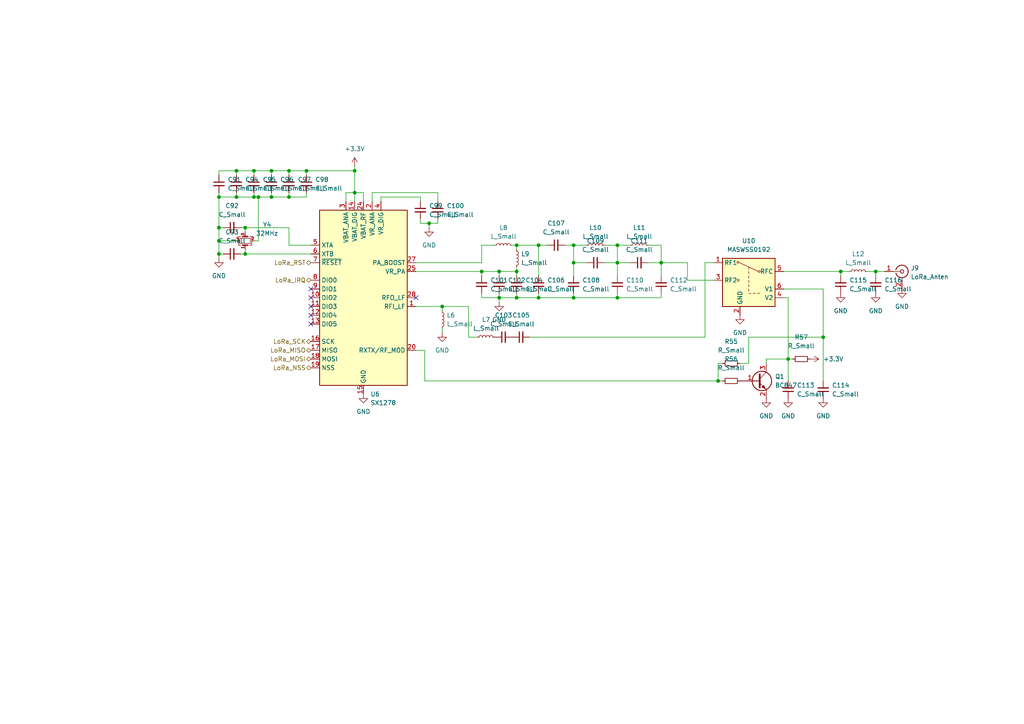
<source format=kicad_sch>
(kicad_sch (version 20230121) (generator eeschema)
  (paper "A4")
  (lib_symbols
    (symbol "Connector:Conn_Coaxial" (pin_names (offset 1.016) hide)
      (property "Reference" "J" (at 0.254 3.048 0))
      (property "Value" "Conn_Coaxial" (at 2.921 0 90))
      (symbol "Conn_Coaxial_0_1"
        (arc (start -1.778 -0.508) (mid 0.2311 -1.8066) (end 1.778 0) (stroke (width 0.254)))
        (polyline (pts (xy -2.54 0) (xy -0.508 0)))
        (polyline (pts (xy 0 -2.54) (xy 0 -1.778)))
        (circle (center 0 0) (radius 0.508) (stroke (width 0.2032)))
        (arc (start 1.778 0) (mid 0.2099 1.8101) (end -1.778 0.508) (stroke (width 0.254)))
      )
      (symbol "Conn_Coaxial_1_1"
        (pin passive line (at -5.08 0 0) (length 2.54) (name "In") (number "1"))
        (pin passive line (at 0 -5.08 90) (length 2.54) (name "Ext") (number "2"))
      )
    )
    (symbol "Device:C_Small" (pin_numbers hide) (pin_names (offset 0.254) hide)
      (property "Reference" "C" (at 0.254 1.778 0))
      (property "Value" "C_Small" (at 0.254 -2.032 0))
      (symbol "C_Small_0_1"
        (polyline (pts (xy -1.524 -0.508) (xy 1.524 -0.508)) (stroke (width 0.3302)))
        (polyline (pts (xy -1.524 0.508) (xy 1.524 0.508)) (stroke (width 0.3048)))
      )
      (symbol "C_Small_1_1"
        (pin passive line (at 0 2.54 270) (length 2.032) (name "~") (number "1"))
        (pin passive line (at 0 -2.54 90) (length 2.032) (name "~") (number "2"))
      )
    )
    (symbol "Device:Crystal_GND24_Small" (pin_names (offset 1.016) hide)
      (property "Reference" "Y" (at 1.27 4.445 0))
      (property "Value" "Crystal_GND24_Small" (at 1.27 2.54 0))
      (symbol "Crystal_GND24_Small_0_1"
        (rectangle (start -0.762 -1.524) (end 0.762 1.524))
        (polyline (pts (xy -1.27 -0.762) (xy -1.27 0.762)) (stroke (width 0.381)))
        (polyline (pts (xy 1.27 -0.762) (xy 1.27 0.762)) (stroke (width 0.381)))
        (polyline (pts (xy -1.27 -1.27) (xy -1.27 -1.905) (xy 1.27 -1.905) (xy 1.27 -1.27)))
        (polyline (pts (xy -1.27 1.27) (xy -1.27 1.905) (xy 1.27 1.905) (xy 1.27 1.27)))
      )
      (symbol "Crystal_GND24_Small_1_1"
        (pin passive line (at -2.54 0 0) (length 1.27) (name "1") (number "1"))
        (pin passive line (at 0 -2.54 90) (length 0.635) (name "2") (number "2"))
        (pin passive line (at 2.54 0 180) (length 1.27) (name "3") (number "3"))
        (pin passive line (at 0 2.54 270) (length 0.635) (name "4") (number "4"))
      )
    )
    (symbol "Device:L_Small" (pin_numbers hide) (pin_names (offset 0.254) hide)
      (property "Reference" "L" (at 0.762 1.016 0))
      (property "Value" "L_Small" (at 0.762 -1.016 0))
      (symbol "L_Small_0_1"
        (arc (start 0 -2.032) (mid 0.5058 -1.524) (end 0 -1.016))
        (arc (start 0 -1.016) (mid 0.5058 -0.508) (end 0 0))
        (arc (start 0 0) (mid 0.5058 0.508) (end 0 1.016))
        (arc (start 0 1.016) (mid 0.5058 1.524) (end 0 2.032))
      )
      (symbol "L_Small_1_1"
        (pin passive line (at 0 2.54 270) (length 0.508) (name "~") (number "1"))
        (pin passive line (at 0 -2.54 90) (length 0.508) (name "~") (number "2"))
      )
    )
    (symbol "Device:R_Small" (pin_numbers hide) (pin_names (offset 0.254) hide)
      (property "Reference" "R" (at 0.762 0.508 0))
      (property "Value" "R_Small" (at 0.762 -1.016 0))
      (symbol "R_Small_0_1"
        (rectangle (start -0.762 1.778) (end 0.762 -1.778) (stroke (width 0.2032)))
      )
      (symbol "R_Small_1_1"
        (pin passive line (at 0 2.54 270) (length 0.762) (name "~") (number "1"))
        (pin passive line (at 0 -2.54 90) (length 0.762) (name "~") (number "2"))
      )
    )
    (symbol "RF:SX1278"
      (property "Reference" "U" (at 13.97 24.13 0))
      (property "Value" "SX1278" (at 13.97 21.59 0))
      (symbol "SX1278_0_1"
        (rectangle (start -12.7 25.4) (end 12.7 -25.4) (stroke (width 0.254)) (fill (type background)))
      )
      (symbol "SX1278_1_1"
        (pin input line (at 15.24 -2.54 180) (length 2.54) (name "RFI_LF") (number "1"))
        (pin bidirectional line (at -15.24 0 0) (length 2.54) (name "DIO2") (number "10"))
        (pin bidirectional line (at -15.24 -2.54 0) (length 2.54) (name "DIO3") (number "11"))
        (pin bidirectional line (at -15.24 -5.08 0) (length 2.54) (name "DIO4") (number "12"))
        (pin bidirectional line (at -15.24 -7.62 0) (length 2.54) (name "DIO5") (number "13"))
        (pin power_in line (at -2.54 27.94 270) (length 2.54) (name "VBAT_DIG") (number "14"))
        (pin power_in line (at 0 -27.94 90) (length 2.54) (name "GND") (number "15"))
        (pin input line (at -15.24 -12.7 0) (length 2.54) (name "SCK") (number "16"))
        (pin output line (at -15.24 -15.24 0) (length 2.54) (name "MISO") (number "17"))
        (pin input line (at -15.24 -17.78 0) (length 2.54) (name "MOSI") (number "18"))
        (pin input line (at -15.24 -20.32 0) (length 2.54) (name "NSS") (number "19"))
        (pin power_in line (at 2.54 27.94 270) (length 2.54) (name "VR_ANA") (number "2"))
        (pin output line (at 15.24 -15.24 180) (length 2.54) (name "RXTX/RF_MOD") (number "20"))
        (pin passive line (at 0 -27.94 90) (length 2.54) hide (name "GND") (number "21"))
        (pin passive line (at 0 -27.94 90) (length 2.54) hide (name "GND") (number "22"))
        (pin passive line (at 0 -27.94 90) (length 2.54) hide (name "GND") (number "23"))
        (pin power_in line (at 0 27.94 270) (length 2.54) (name "VBAT_RF") (number "24"))
        (pin power_out line (at 15.24 7.62 180) (length 2.54) (name "VR_PA") (number "25"))
        (pin passive line (at 0 -27.94 90) (length 2.54) hide (name "GND") (number "26"))
        (pin power_out line (at 15.24 10.16 180) (length 2.54) (name "PA_BOOST") (number "27"))
        (pin output line (at 15.24 0 180) (length 2.54) (name "RFO_LF") (number "28"))
        (pin passive line (at 0 -27.94 90) (length 2.54) hide (name "GND") (number "29"))
        (pin power_in line (at -5.08 27.94 270) (length 2.54) (name "VBAT_ANA") (number "3"))
        (pin power_in line (at 5.08 27.94 270) (length 2.54) (name "VR_DIG") (number "4"))
        (pin bidirectional line (at -15.24 15.24 0) (length 2.54) (name "XTA") (number "5"))
        (pin bidirectional line (at -15.24 12.7 0) (length 2.54) (name "XTB") (number "6"))
        (pin input line (at -15.24 10.16 0) (length 2.54) (name "~{RESET}") (number "7"))
        (pin bidirectional line (at -15.24 5.08 0) (length 2.54) (name "DIO0") (number "8"))
        (pin bidirectional line (at -15.24 2.54 0) (length 2.54) (name "DIO1") (number "9"))
      )
    )
    (symbol "RF_Switch:MASWSS0192"
      (property "Reference" "U" (at -7.62 7.62 0))
      (property "Value" "MASWSS0192" (at 3.81 7.62 0))
      (symbol "MASWSS0192_0_1"
        (circle (center -3.048 2.54) (radius 0.2794))
        (polyline (pts (xy -3.175 -3.81) (xy -2.54 -3.81)))
        (polyline (pts (xy -2.794 2.54) (xy 2.921 5.207)))
        (polyline (pts (xy -1.905 -3.81) (xy -1.27 -3.81)))
        (polyline (pts (xy -0.635 -3.81) (xy 0 -3.81)))
        (polyline (pts (xy 0 -3.175) (xy 0 -2.54)))
        (polyline (pts (xy 0 -1.905) (xy 0 -1.27)))
        (polyline (pts (xy 0 -0.635) (xy 0 0)))
        (polyline (pts (xy 0 0.635) (xy 0 1.27)))
        (polyline (pts (xy 0 1.905) (xy 0 2.54)))
        (polyline (pts (xy 0 3.175) (xy 0 3.81)))
        (circle (center 3.048 0) (radius 0.2794))
        (circle (center 3.175 5.207) (radius 0.2794))
        (rectangle (start 7.62 -7.62) (end -7.62 6.35) (stroke (width 0.254)) (fill (type background)))
      )
      (symbol "MASWSS0192_1_1"
        (pin passive line (at 10.16 5.08 180) (length 2.54) (name "RF1") (number "1"))
        (pin power_in line (at 2.54 -10.16 90) (length 2.54) (name "GND") (number "2"))
        (pin passive line (at 10.16 0 180) (length 2.54) (name "RF2") (number "3"))
        (pin input line (at -10.16 -5.08 0) (length 2.54) (name "V2") (number "4"))
        (pin passive line (at -10.16 2.54 0) (length 2.54) (name "RFC") (number "5"))
        (pin input line (at -10.16 -2.54 0) (length 2.54) (name "V1") (number "6"))
      )
    )
    (symbol "Transistor_BJT:BC847" (pin_names (offset 0) hide)
      (property "Reference" "Q" (at 5.08 1.905 0))
      (property "Value" "BC847" (at 5.08 0 0))
      (symbol "BC847_0_1"
        (polyline (pts (xy 0.635 0.635) (xy 2.54 2.54)))
        (polyline (pts (xy 0.635 -0.635) (xy 2.54 -2.54) (xy 2.54 -2.54)))
        (polyline (pts (xy 0.635 1.905) (xy 0.635 -1.905) (xy 0.635 -1.905)) (stroke (width 0.508)))
        (polyline (pts (xy 1.27 -1.778) (xy 1.778 -1.27) (xy 2.286 -2.286) (xy 1.27 -1.778) (xy 1.27 -1.778)) (fill (type outline)))
        (circle (center 1.27 0) (radius 2.8194) (stroke (width 0.254)))
      )
      (symbol "BC847_1_1"
        (pin input line (at -5.08 0 0) (length 5.715) (name "B") (number "1"))
        (pin passive line (at 2.54 -5.08 90) (length 2.54) (name "E") (number "2"))
        (pin passive line (at 2.54 5.08 270) (length 2.54) (name "C") (number "3"))
      )
    )
    (symbol "power:+3.3V" (power) (pin_names (offset 0))
      (property "Value" "+3.3V" (at 0 3.556 0))
      (symbol "+3.3V_0_1"
        (polyline (pts (xy -0.762 1.27) (xy 0 2.54)))
        (polyline (pts (xy 0 0) (xy 0 2.54)))
        (polyline (pts (xy 0 2.54) (xy 0.762 1.27)))
      )
      (symbol "+3.3V_1_1"
        (pin power_in line (at 0 0 90) (length 0) hide (name "+3.3V") (number "1"))
      )
    )
    (symbol "power:GND" (power) (pin_names (offset 0))
      (property "Value" "GND" (at 0 -3.81 0))
      (symbol "GND_0_1"
        (polyline (pts (xy 0 0) (xy 0 -1.27) (xy 1.27 -1.27) (xy 0 -2.54) (xy -1.27 -1.27) (xy 0 -1.27)))
      )
      (symbol "GND_1_1"
        (pin power_in line (at 0 0 270) (length 0) hide (name "GND") (number "1"))
      )
    )
  )
  (junction (at 149.86 71.12))
  (junction (at 102.87 49.53))
  (junction (at 238.76 97.79))
  (junction (at 156.21 86.36))
  (junction (at 124.46 64.77))
  (junction (at 78.74 49.53))
  (junction (at 68.58 49.53))
  (junction (at 139.7 78.74))
  (junction (at 68.58 57.15))
  (junction (at 144.78 86.36))
  (junction (at 102.87 55.88))
  (junction (at 208.28 110.49))
  (junction (at 166.37 86.36))
  (junction (at 73.66 57.15))
  (junction (at 74.93 57.15))
  (junction (at 149.86 78.74))
  (junction (at 71.12 73.66))
  (junction (at 149.86 86.36))
  (junction (at 179.07 76.2))
  (junction (at 166.37 76.2))
  (junction (at 128.27 88.9))
  (junction (at 228.6 104.14))
  (junction (at 71.12 66.04))
  (junction (at 254 78.74))
  (junction (at 179.07 86.36))
  (junction (at 191.77 76.2))
  (junction (at 166.37 71.12))
  (junction (at 63.5 69.85))
  (junction (at 179.07 71.12))
  (junction (at 144.78 78.74))
  (junction (at 78.74 57.15))
  (junction (at 156.21 71.12))
  (junction (at 63.5 66.04))
  (junction (at 83.82 57.15))
  (junction (at 83.82 49.53))
  (junction (at 88.9 49.53))
  (junction (at 63.5 57.15))
  (junction (at 73.66 49.53))
  (junction (at 63.5 73.66))
  (junction (at 243.84 78.74))
  (no_connect (at 120.65 86.36))
  (no_connect (at 90.17 83.82))
  (no_connect (at 90.17 86.36))
  (no_connect (at 90.17 88.9))
  (no_connect (at 90.17 91.44))
  (no_connect (at 90.17 93.98))
  (wire (pts (xy 63.5 73.66) (xy 63.5 69.85)))
  (wire (pts (xy 199.39 76.2) (xy 191.77 76.2)))
  (wire (pts (xy 254 78.74) (xy 251.46 78.74)))
  (wire (pts (xy 222.25 104.14) (xy 228.6 104.14)))
  (wire (pts (xy 105.41 58.42) (xy 105.41 55.88)))
  (wire (pts (xy 127 64.77) (xy 124.46 64.77)))
  (wire (pts (xy 88.9 49.53) (xy 83.82 49.53)))
  (wire (pts (xy 139.7 78.74) (xy 139.7 80.01)))
  (wire (pts (xy 166.37 71.12) (xy 163.83 71.12)))
  (wire (pts (xy 63.5 66.04) (xy 63.5 57.15)))
  (wire (pts (xy 63.5 69.85) (xy 68.58 69.85)))
  (wire (pts (xy 123.19 101.6) (xy 123.19 110.49)))
  (wire (pts (xy 166.37 86.36) (xy 156.21 86.36)))
  (wire (pts (xy 78.74 57.15) (xy 83.82 57.15)))
  (wire (pts (xy 102.87 55.88) (xy 102.87 49.53)))
  (wire (pts (xy 121.92 64.77) (xy 121.92 63.5)))
  (wire (pts (xy 191.77 86.36) (xy 179.07 86.36)))
  (wire (pts (xy 207.01 81.28) (xy 199.39 81.28)))
  (wire (pts (xy 208.28 105.41) (xy 208.28 110.49)))
  (wire (pts (xy 107.95 55.88) (xy 127 55.88)))
  (wire (pts (xy 78.74 49.53) (xy 73.66 49.53)))
  (wire (pts (xy 105.41 55.88) (xy 102.87 55.88)))
  (wire (pts (xy 144.78 86.36) (xy 144.78 87.63)))
  (wire (pts (xy 179.07 76.2) (xy 182.88 76.2)))
  (wire (pts (xy 139.7 71.12) (xy 143.51 71.12)))
  (wire (pts (xy 120.65 78.74) (xy 139.7 78.74)))
  (wire (pts (xy 123.19 110.49) (xy 208.28 110.49)))
  (wire (pts (xy 83.82 66.04) (xy 71.12 66.04)))
  (wire (pts (xy 256.54 78.74) (xy 254 78.74)))
  (wire (pts (xy 128.27 88.9) (xy 128.27 90.17)))
  (wire (pts (xy 149.86 77.47) (xy 149.86 78.74)))
  (wire (pts (xy 243.84 78.74) (xy 227.33 78.74)))
  (wire (pts (xy 71.12 73.66) (xy 90.17 73.66)))
  (wire (pts (xy 120.65 101.6) (xy 123.19 101.6)))
  (wire (pts (xy 238.76 83.82) (xy 227.33 83.82)))
  (wire (pts (xy 254 78.74) (xy 254 80.01)))
  (wire (pts (xy 166.37 85.09) (xy 166.37 86.36)))
  (wire (pts (xy 207.01 76.2) (xy 204.47 76.2)))
  (wire (pts (xy 78.74 55.88) (xy 78.74 57.15)))
  (wire (pts (xy 74.93 57.15) (xy 74.93 69.85)))
  (wire (pts (xy 73.66 69.85) (xy 74.93 69.85)))
  (wire (pts (xy 135.89 97.79) (xy 135.89 88.9)))
  (wire (pts (xy 199.39 81.28) (xy 199.39 76.2)))
  (wire (pts (xy 83.82 49.53) (xy 78.74 49.53)))
  (wire (pts (xy 69.85 73.66) (xy 71.12 73.66)))
  (wire (pts (xy 128.27 88.9) (xy 120.65 88.9)))
  (wire (pts (xy 64.77 73.66) (xy 63.5 73.66)))
  (wire (pts (xy 83.82 71.12) (xy 83.82 66.04)))
  (wire (pts (xy 217.17 105.41) (xy 217.17 97.79)))
  (wire (pts (xy 63.5 73.66) (xy 63.5 74.93)))
  (wire (pts (xy 102.87 48.26) (xy 102.87 49.53)))
  (wire (pts (xy 149.86 71.12) (xy 149.86 72.39)))
  (wire (pts (xy 191.77 85.09) (xy 191.77 86.36)))
  (wire (pts (xy 102.87 55.88) (xy 100.33 55.88)))
  (wire (pts (xy 144.78 85.09) (xy 144.78 86.36)))
  (wire (pts (xy 127 63.5) (xy 127 64.77)))
  (wire (pts (xy 179.07 76.2) (xy 179.07 80.01)))
  (wire (pts (xy 110.49 57.15) (xy 121.92 57.15)))
  (wire (pts (xy 209.55 105.41) (xy 208.28 105.41)))
  (wire (pts (xy 127 55.88) (xy 127 58.42)))
  (wire (pts (xy 73.66 57.15) (xy 74.93 57.15)))
  (wire (pts (xy 246.38 78.74) (xy 243.84 78.74)))
  (wire (pts (xy 144.78 86.36) (xy 149.86 86.36)))
  (wire (pts (xy 149.86 86.36) (xy 149.86 85.09)))
  (wire (pts (xy 191.77 76.2) (xy 191.77 71.12)))
  (wire (pts (xy 107.95 58.42) (xy 107.95 55.88)))
  (wire (pts (xy 139.7 76.2) (xy 139.7 71.12)))
  (wire (pts (xy 149.86 71.12) (xy 156.21 71.12)))
  (wire (pts (xy 64.77 66.04) (xy 63.5 66.04)))
  (wire (pts (xy 175.26 76.2) (xy 179.07 76.2)))
  (wire (pts (xy 73.66 49.53) (xy 68.58 49.53)))
  (wire (pts (xy 139.7 86.36) (xy 144.78 86.36)))
  (wire (pts (xy 156.21 80.01) (xy 156.21 71.12)))
  (wire (pts (xy 204.47 76.2) (xy 204.47 97.79)))
  (wire (pts (xy 228.6 110.49) (xy 228.6 104.14)))
  (wire (pts (xy 69.85 66.04) (xy 71.12 66.04)))
  (wire (pts (xy 156.21 71.12) (xy 158.75 71.12)))
  (wire (pts (xy 217.17 97.79) (xy 238.76 97.79)))
  (wire (pts (xy 156.21 86.36) (xy 149.86 86.36)))
  (wire (pts (xy 63.5 49.53) (xy 63.5 50.8)))
  (wire (pts (xy 73.66 57.15) (xy 73.66 55.88)))
  (wire (pts (xy 222.25 105.41) (xy 222.25 104.14)))
  (wire (pts (xy 149.86 78.74) (xy 149.86 80.01)))
  (wire (pts (xy 148.59 71.12) (xy 149.86 71.12)))
  (wire (pts (xy 228.6 86.36) (xy 227.33 86.36)))
  (wire (pts (xy 83.82 57.15) (xy 83.82 55.88)))
  (wire (pts (xy 238.76 97.79) (xy 238.76 83.82)))
  (wire (pts (xy 88.9 49.53) (xy 88.9 50.8)))
  (wire (pts (xy 144.78 78.74) (xy 139.7 78.74)))
  (wire (pts (xy 138.43 97.79) (xy 135.89 97.79)))
  (wire (pts (xy 68.58 57.15) (xy 73.66 57.15)))
  (wire (pts (xy 179.07 86.36) (xy 166.37 86.36)))
  (wire (pts (xy 83.82 49.53) (xy 83.82 50.8)))
  (wire (pts (xy 110.49 58.42) (xy 110.49 57.15)))
  (wire (pts (xy 73.66 49.53) (xy 73.66 50.8)))
  (wire (pts (xy 179.07 71.12) (xy 179.07 76.2)))
  (wire (pts (xy 166.37 71.12) (xy 166.37 76.2)))
  (wire (pts (xy 121.92 57.15) (xy 121.92 58.42)))
  (wire (pts (xy 68.58 49.53) (xy 68.58 50.8)))
  (wire (pts (xy 139.7 86.36) (xy 139.7 85.09)))
  (wire (pts (xy 124.46 64.77) (xy 121.92 64.77)))
  (wire (pts (xy 83.82 57.15) (xy 88.9 57.15)))
  (wire (pts (xy 128.27 95.25) (xy 128.27 96.52)))
  (wire (pts (xy 68.58 55.88) (xy 68.58 57.15)))
  (wire (pts (xy 204.47 97.79) (xy 153.67 97.79)))
  (wire (pts (xy 156.21 85.09) (xy 156.21 86.36)))
  (wire (pts (xy 179.07 85.09) (xy 179.07 86.36)))
  (wire (pts (xy 238.76 110.49) (xy 238.76 97.79)))
  (wire (pts (xy 120.65 76.2) (xy 139.7 76.2)))
  (wire (pts (xy 102.87 49.53) (xy 88.9 49.53)))
  (wire (pts (xy 208.28 110.49) (xy 209.55 110.49)))
  (wire (pts (xy 228.6 104.14) (xy 228.6 86.36)))
  (wire (pts (xy 78.74 49.53) (xy 78.74 50.8)))
  (wire (pts (xy 187.96 76.2) (xy 191.77 76.2)))
  (wire (pts (xy 144.78 78.74) (xy 144.78 80.01)))
  (wire (pts (xy 63.5 69.85) (xy 63.5 66.04)))
  (wire (pts (xy 166.37 76.2) (xy 166.37 80.01)))
  (wire (pts (xy 166.37 71.12) (xy 170.18 71.12)))
  (wire (pts (xy 124.46 64.77) (xy 124.46 66.04)))
  (wire (pts (xy 214.63 105.41) (xy 217.17 105.41)))
  (wire (pts (xy 63.5 57.15) (xy 63.5 55.88)))
  (wire (pts (xy 102.87 55.88) (xy 102.87 58.42)))
  (wire (pts (xy 63.5 57.15) (xy 68.58 57.15)))
  (wire (pts (xy 191.77 71.12) (xy 187.96 71.12)))
  (wire (pts (xy 71.12 73.66) (xy 71.12 72.39)))
  (wire (pts (xy 71.12 66.04) (xy 71.12 67.31)))
  (wire (pts (xy 149.86 78.74) (xy 144.78 78.74)))
  (wire (pts (xy 68.58 49.53) (xy 63.5 49.53)))
  (wire (pts (xy 90.17 71.12) (xy 83.82 71.12)))
  (wire (pts (xy 179.07 71.12) (xy 175.26 71.12)))
  (wire (pts (xy 166.37 76.2) (xy 170.18 76.2)))
  (wire (pts (xy 74.93 57.15) (xy 78.74 57.15)))
  (wire (pts (xy 243.84 78.74) (xy 243.84 80.01)))
  (wire (pts (xy 228.6 104.14) (xy 229.87 104.14)))
  (wire (pts (xy 100.33 55.88) (xy 100.33 58.42)))
  (wire (pts (xy 88.9 55.88) (xy 88.9 57.15)))
  (wire (pts (xy 179.07 71.12) (xy 182.88 71.12)))
  (wire (pts (xy 191.77 80.01) (xy 191.77 76.2)))
  (wire (pts (xy 135.89 88.9) (xy 128.27 88.9)))
  (hierarchical_label "LoRa_MOSI" (shape bidirectional) (at 90.17 104.14 180))
  (hierarchical_label "LoRa_RST" (shape bidirectional) (at 90.17 76.2 180))
  (hierarchical_label "LoRa_IRQ" (shape bidirectional) (at 90.17 81.28 180))
  (hierarchical_label "LoRa_MISO" (shape bidirectional) (at 90.17 101.6 180))
  (hierarchical_label "LoRa_NSS" (shape bidirectional) (at 90.17 106.68 180))
  (hierarchical_label "LoRa_SCK" (shape bidirectional) (at 90.17 99.06 180))
  (symbol (lib_id "power:GND") (at 144.78 87.63 0) (mirror y) (unit 1)
    (property "Reference" "#PWR0225" (effects hide))
    (property "Value" "GND" (at 144.78 92.71 0))
  )
  (symbol (lib_id "power:GND") (at 128.27 96.52 0) (mirror y) (unit 1)
    (property "Reference" "#PWR0115" (effects hide))
    (property "Value" "GND" (at 128.27 101.6 0))
  )
  (symbol (lib_id "power:+3.3V") (at 234.95 104.14 270) (unit 1)
    (property "Reference" "#PWR0234" (effects hide))
    (property "Value" "+3.3V" (at 238.76 104.1399 90) (effects (justify left)))
  )
  (symbol (lib_id "Transistor_BJT:BC847") (at 219.71 110.49 0) (unit 1)
    (property "Reference" "Q1" (at 224.79 109.2199 0) (effects (justify left)))
    (property "Value" "BC847" (at 224.79 111.7599 0) (effects (justify left)))
    (property "Footprint" "Package_TO_SOT_SMD:SOT-23" (effects hide))
    (property "Datasheet" "http://www.infineon.com/dgdl/Infineon-BC847SERIES_BC848SERIES_BC849SERIES_BC850SERIES-DS-v01_01-en.pdf?fileId=db3a304314dca389011541d4630a1657" (effects hide))
  )
  (symbol (lib_id "Device:C_Small") (at 144.78 82.55 0) (unit 1)
    (property "Reference" "C102" (at 147.32 81.2862 0) (effects (justify left)))
    (property "Value" "C_Small" (at 147.32 83.8262 0) (effects (justify left)))
    (property "Footprint" "Capacitor_SMD:C_0603_1608Metric" (effects hide))
  )
  (symbol (lib_id "Device:C_Small") (at 68.58 53.34 0) (unit 1)
    (property "Reference" "C94" (at 71.12 52.0762 0) (effects (justify left)))
    (property "Value" "C_Small" (at 71.12 54.6162 0) (effects (justify left)))
    (property "Footprint" "Capacitor_SMD:C_0603_1608Metric" (effects hide))
  )
  (symbol (lib_id "power:GND") (at 105.41 114.3 0) (unit 1)
    (property "Reference" "#PWR0226" (effects hide))
    (property "Value" "GND" (at 105.41 119.38 0))
  )
  (symbol (lib_id "Device:L_Small") (at 248.92 78.74 90) (unit 1)
    (property "Reference" "L12" (at 248.92 73.66 90))
    (property "Value" "L_Small" (at 248.92 76.2 90))
    (property "Footprint" "Inductor_SMD:L_0603_1608Metric" (effects hide))
  )
  (symbol (lib_id "Device:C_Small") (at 191.77 82.55 180) (unit 1)
    (property "Reference" "C112" (at 194.31 81.2735 0) (effects (justify right)))
    (property "Value" "C_Small" (at 194.31 83.8135 0) (effects (justify right)))
    (property "Footprint" "Capacitor_SMD:C_0603_1608Metric" (effects hide))
  )
  (symbol (lib_id "power:GND") (at 254 85.09 0) (unit 1)
    (property "Reference" "#PWR0230" (effects hide))
    (property "Value" "GND" (at 254 90.17 0))
  )
  (symbol (lib_id "Device:C_Small") (at 238.76 113.03 180) (unit 1)
    (property "Reference" "C114" (at 241.3 111.7535 0) (effects (justify right)))
    (property "Value" "C_Small" (at 241.3 114.2935 0) (effects (justify right)))
    (property "Footprint" "Capacitor_SMD:C_0603_1608Metric" (effects hide))
  )
  (symbol (lib_id "Device:C_Small") (at 149.86 82.55 0) (unit 1)
    (property "Reference" "C104" (at 152.4 81.2862 0) (effects (justify left)))
    (property "Value" "C_Small" (at 152.4 83.8262 0) (effects (justify left)))
    (property "Footprint" "Capacitor_SMD:C_0603_1608Metric" (effects hide))
  )
  (symbol (lib_id "Device:C_Small") (at 78.74 53.34 0) (unit 1)
    (property "Reference" "C96" (at 81.28 52.0762 0) (effects (justify left)))
    (property "Value" "C_Small" (at 81.28 54.6162 0) (effects (justify left)))
    (property "Footprint" "Capacitor_SMD:C_0603_1608Metric" (effects hide))
  )
  (symbol (lib_id "Device:C_Small") (at 67.31 66.04 90) (unit 1)
    (property "Reference" "C92" (at 67.3163 59.69 90))
    (property "Value" "C_Small" (at 67.3163 62.23 90))
    (property "Footprint" "Capacitor_SMD:C_0603_1608Metric" (effects hide))
  )
  (symbol (lib_id "RF:SX1278") (at 105.41 86.36 0) (unit 1)
    (property "Reference" "U6" (at 107.4294 114.3 0) (effects (justify left)))
    (property "Value" "SX1278" (at 107.4294 116.84 0) (effects (justify left)))
    (property "Footprint" "Package_DFN_QFN:QFN-28-1EP_6x6mm_P0.65mm_EP4.8x4.8mm" (effects hide))
    (property "Datasheet" "https://semtech.my.salesforce.com/sfc/p/#E0000000JelG/a/2R0000001Rbr/6EfVZUorrpoKFfvaF_Fkpgp5kzjiNyiAbqcpqh9qSjE" (effects hide))
  )
  (symbol (lib_id "Device:C_Small") (at 67.31 73.66 90) (unit 1)
    (property "Reference" "C93" (at 67.3163 67.31 90))
    (property "Value" "C_Small" (at 67.3163 69.85 90))
    (property "Footprint" "Capacitor_SMD:C_0603_1608Metric" (effects hide))
  )
  (symbol (lib_id "Device:C_Small") (at 121.92 60.96 0) (unit 1)
    (property "Reference" "C99" (at 124.46 59.6962 0) (effects (justify left)))
    (property "Value" "C_Small" (at 124.46 62.2362 0) (effects (justify left)))
    (property "Footprint" "Capacitor_SMD:C_0603_1608Metric" (effects hide))
  )
  (symbol (lib_id "Device:R_Small") (at 232.41 104.14 90) (unit 1)
    (property "Reference" "R57" (at 232.41 97.79 90))
    (property "Value" "R_Small" (at 232.41 100.33 90))
    (property "Footprint" "Resistor_SMD:R_0603_1608Metric" (effects hide))
  )
  (symbol (lib_id "Device:L_Small") (at 140.97 97.79 90) (unit 1)
    (property "Reference" "L7" (at 140.97 92.71 90))
    (property "Value" "L_Small" (at 140.97 95.25 90))
    (property "Footprint" "Inductor_SMD:L_0603_1608Metric" (effects hide))
  )
  (symbol (lib_id "RF_Switch:MASWSS0192") (at 217.17 81.28 0) (mirror y) (unit 1)
    (property "Reference" "U10" (at 217.17 69.85 0))
    (property "Value" "MASWSS0192" (at 217.17 72.39 0))
    (property "Footprint" "Package_TO_SOT_SMD:SOT-363_SC-70-6" (effects hide))
    (property "Datasheet" "https://cdn.macom.com/datasheets/MASWSS0192.pdf" (effects hide))
  )
  (symbol (lib_id "Device:C_Small") (at 127 60.96 0) (unit 1)
    (property "Reference" "C100" (at 129.54 59.6962 0) (effects (justify left)))
    (property "Value" "C_Small" (at 129.54 62.2362 0) (effects (justify left)))
    (property "Footprint" "Capacitor_SMD:C_0603_1608Metric" (effects hide))
  )
  (symbol (lib_id "Device:C_Small") (at 172.72 76.2 90) (unit 1)
    (property "Reference" "C109" (at 172.7263 69.85 90))
    (property "Value" "C_Small" (at 172.7263 72.39 90))
    (property "Footprint" "Capacitor_SMD:C_0603_1608Metric" (effects hide))
  )
  (symbol (lib_id "power:GND") (at 261.62 83.82 0) (unit 1)
    (property "Reference" "#PWR0221" (effects hide))
    (property "Value" "GND" (at 261.62 88.9 0))
  )
  (symbol (lib_id "Device:C_Small") (at 63.5 53.34 0) (unit 1)
    (property "Reference" "C91" (at 66.04 52.0762 0) (effects (justify left)))
    (property "Value" "C_Small" (at 66.04 54.6162 0) (effects (justify left)))
    (property "Footprint" "Capacitor_SMD:C_0603_1608Metric" (effects hide))
  )
  (symbol (lib_id "Device:L_Small") (at 185.42 71.12 90) (unit 1)
    (property "Reference" "L11" (at 185.42 66.04 90))
    (property "Value" "L_Small" (at 185.42 68.58 90))
    (property "Footprint" "Inductor_SMD:L_0603_1608Metric" (effects hide))
  )
  (symbol (lib_id "Device:R_Small") (at 212.09 105.41 90) (unit 1)
    (property "Reference" "R55" (at 212.09 99.06 90))
    (property "Value" "R_Small" (at 212.09 101.6 90))
    (property "Footprint" "Resistor_SMD:R_0603_1608Metric" (effects hide))
  )
  (symbol (lib_id "Device:C_Small") (at 161.29 71.12 90) (unit 1)
    (property "Reference" "C107" (at 161.2963 64.77 90))
    (property "Value" "C_Small" (at 161.2963 67.31 90))
    (property "Footprint" "Capacitor_SMD:C_0603_1608Metric" (effects hide))
  )
  (symbol (lib_id "Device:C_Small") (at 156.21 82.55 0) (unit 1)
    (property "Reference" "C106" (at 158.75 81.2862 0) (effects (justify left)))
    (property "Value" "C_Small" (at 158.75 83.8262 0) (effects (justify left)))
    (property "Footprint" "Capacitor_SMD:C_0603_1608Metric" (effects hide))
  )
  (symbol (lib_id "Device:L_Small") (at 146.05 71.12 90) (unit 1)
    (property "Reference" "L8" (at 146.05 66.04 90))
    (property "Value" "L_Small" (at 146.05 68.58 90))
    (property "Footprint" "Inductor_SMD:L_0603_1608Metric" (effects hide))
  )
  (symbol (lib_id "power:GND") (at 124.46 66.04 0) (unit 1)
    (property "Reference" "#PWR0114" (effects hide))
    (property "Value" "GND" (at 124.46 71.12 0))
  )
  (symbol (lib_id "Device:C_Small") (at 166.37 82.55 180) (unit 1)
    (property "Reference" "C108" (at 168.91 81.2735 0) (effects (justify right)))
    (property "Value" "C_Small" (at 168.91 83.8135 0) (effects (justify right)))
    (property "Footprint" "Capacitor_SMD:C_0603_1608Metric" (effects hide))
  )
  (symbol (lib_id "Device:C_Small") (at 139.7 82.55 0) (unit 1)
    (property "Reference" "C101" (at 142.24 81.2862 0) (effects (justify left)))
    (property "Value" "C_Small" (at 142.24 83.8262 0) (effects (justify left)))
    (property "Footprint" "Capacitor_SMD:C_0603_1608Metric" (effects hide))
  )
  (symbol (lib_id "Device:C_Small") (at 179.07 82.55 180) (unit 1)
    (property "Reference" "C110" (at 181.61 81.2735 0) (effects (justify right)))
    (property "Value" "C_Small" (at 181.61 83.8135 0) (effects (justify right)))
    (property "Footprint" "Capacitor_SMD:C_0603_1608Metric" (effects hide))
  )
  (symbol (lib_id "Device:C_Small") (at 228.6 113.03 180) (unit 1)
    (property "Reference" "C113" (at 231.14 111.7535 0) (effects (justify right)))
    (property "Value" "C_Small" (at 231.14 114.2935 0) (effects (justify right)))
    (property "Footprint" "Capacitor_SMD:C_0603_1608Metric" (effects hide))
  )
  (symbol (lib_id "Device:C_Small") (at 243.84 82.55 180) (unit 1)
    (property "Reference" "C115" (at 246.38 81.2735 0) (effects (justify right)))
    (property "Value" "C_Small" (at 246.38 83.8135 0) (effects (justify right)))
    (property "Footprint" "Capacitor_SMD:C_0603_1608Metric" (effects hide))
  )
  (symbol (lib_id "Device:C_Small") (at 254 82.55 180) (unit 1)
    (property "Reference" "C116" (at 256.54 81.2735 0) (effects (justify right)))
    (property "Value" "C_Small" (at 256.54 83.8135 0) (effects (justify right)))
    (property "Footprint" "Capacitor_SMD:C_0603_1608Metric" (effects hide))
  )
  (symbol (lib_id "Device:C_Small") (at 185.42 76.2 90) (unit 1)
    (property "Reference" "C111" (at 185.42 69.85 90))
    (property "Value" "C_Small" (at 185.4263 72.39 90))
    (property "Footprint" "Capacitor_SMD:C_0603_1608Metric" (effects hide))
  )
  (symbol (lib_id "Device:C_Small") (at 73.66 53.34 0) (unit 1)
    (property "Reference" "C95" (at 76.2 52.0762 0) (effects (justify left)))
    (property "Value" "C_Small" (at 76.2 54.6162 0) (effects (justify left)))
    (property "Footprint" "Capacitor_SMD:C_0603_1608Metric" (effects hide))
  )
  (symbol (lib_id "power:GND") (at 238.76 115.57 0) (unit 1)
    (property "Reference" "#PWR0233" (effects hide))
    (property "Value" "GND" (at 238.76 120.65 0))
  )
  (symbol (lib_id "Device:L_Small") (at 149.86 74.93 0) (unit 1)
    (property "Reference" "L9" (at 151.13 73.6599 0) (effects (justify left)))
    (property "Value" "L_Small" (at 151.13 76.1999 0) (effects (justify left)))
    (property "Footprint" "Inductor_SMD:L_0603_1608Metric" (effects hide))
  )
  (symbol (lib_id "Device:L_Small") (at 128.27 92.71 0) (unit 1)
    (property "Reference" "L6" (at 129.54 91.4399 0) (effects (justify left)))
    (property "Value" "L_Small" (at 129.54 93.9799 0) (effects (justify left)))
    (property "Footprint" "Inductor_SMD:L_0603_1608Metric" (effects hide))
  )
  (symbol (lib_id "Connector:Conn_Coaxial") (at 261.62 78.74 0) (unit 1)
    (property "Reference" "J9" (at 264.16 77.7631 0) (effects (justify left)))
    (property "Value" "LoRa_Anten" (at 264.16 80.3031 0) (effects (justify left)))
    (property "Footprint" "Anh_Footprints:Connector_Coaxial_SMA" (effects hide))
    (property "Datasheet" " ~" (effects hide))
  )
  (symbol (lib_id "power:GND") (at 63.5 74.93 0) (unit 1)
    (property "Reference" "#PWR0250" (effects hide))
    (property "Value" "GND" (at 63.5 80.01 0))
  )
  (symbol (lib_id "Device:C_Small") (at 83.82 53.34 0) (unit 1)
    (property "Reference" "C97" (at 86.36 52.0762 0) (effects (justify left)))
    (property "Value" "C_Small" (at 86.36 54.6162 0) (effects (justify left)))
    (property "Footprint" "Capacitor_SMD:C_0603_1608Metric" (effects hide))
  )
  (symbol (lib_id "power:GND") (at 214.63 91.44 0) (unit 1)
    (property "Reference" "#PWR0228" (effects hide))
    (property "Value" "GND" (at 214.63 96.52 0))
  )
  (symbol (lib_id "Device:R_Small") (at 212.09 110.49 90) (unit 1)
    (property "Reference" "R56" (at 212.09 104.14 90))
    (property "Value" "R_Small" (at 212.09 106.68 90))
    (property "Footprint" "Resistor_SMD:R_0603_1608Metric" (effects hide))
  )
  (symbol (lib_id "power:GND") (at 228.6 115.57 0) (unit 1)
    (property "Reference" "#PWR0232" (effects hide))
    (property "Value" "GND" (at 228.6 120.65 0))
  )
  (symbol (lib_id "Device:C_Small") (at 151.13 97.79 90) (unit 1)
    (property "Reference" "C105" (at 151.1363 91.44 90))
    (property "Value" "C_Small" (at 151.1363 93.98 90))
    (property "Footprint" "Capacitor_SMD:C_0603_1608Metric" (effects hide))
  )
  (symbol (lib_id "Device:C_Small") (at 88.9 53.34 0) (unit 1)
    (property "Reference" "C98" (at 91.44 52.0762 0) (effects (justify left)))
    (property "Value" "C_Small" (at 91.44 54.6162 0) (effects (justify left)))
    (property "Footprint" "Capacitor_SMD:C_0603_1608Metric" (effects hide))
  )
  (symbol (lib_id "Device:Crystal_GND24_Small") (at 71.12 69.85 90) (unit 1)
    (property "Reference" "Y4" (at 77.47 65.151 90))
    (property "Value" "32MHz" (at 77.47 67.691 90))
    (property "Footprint" "Crystal:Crystal_SMD_3225-4Pin_3.2x2.5mm" (effects hide))
  )
  (symbol (lib_id "Device:C_Small") (at 146.05 97.79 90) (unit 1)
    (property "Reference" "C103" (at 146.0563 91.44 90))
    (property "Value" "C_Small" (at 146.0563 93.98 90))
    (property "Footprint" "Capacitor_SMD:C_0603_1608Metric" (effects hide))
  )
  (symbol (lib_id "power:GND") (at 222.25 115.57 0) (unit 1)
    (property "Reference" "#PWR0231" (effects hide))
    (property "Value" "GND" (at 222.25 120.65 0))
  )
  (symbol (lib_id "power:GND") (at 243.84 85.09 0) (unit 1)
    (property "Reference" "#PWR0229" (effects hide))
    (property "Value" "GND" (at 243.84 90.17 0))
  )
  (symbol (lib_id "power:+3.3V") (at 102.87 48.26 0) (unit 1)
    (property "Reference" "#PWR0227" (effects hide))
    (property "Value" "+3.3V" (at 102.87 43.18 0))
  )
  (symbol (lib_id "Device:L_Small") (at 172.72 71.12 90) (unit 1)
    (property "Reference" "L10" (at 172.72 66.04 90))
    (property "Value" "L_Small" (at 172.72 68.58 90))
    (property "Footprint" "Inductor_SMD:L_0603_1608Metric" (effects hide))
  )
)
</source>
